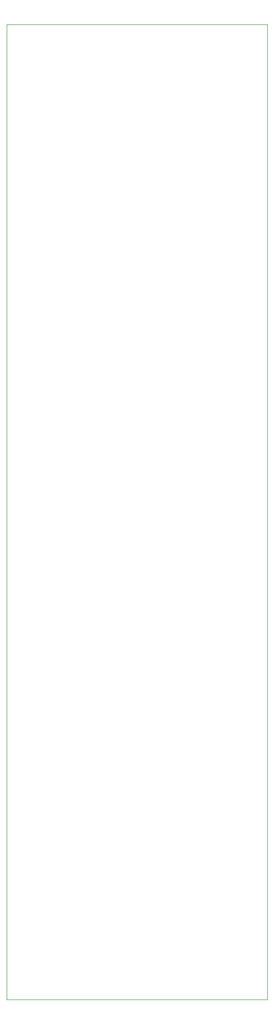
<source format=gm1>
G04 #@! TF.GenerationSoftware,KiCad,Pcbnew,7.0.0-rc2-unknown-92a61b187f~165~ubuntu22.04.1*
G04 #@! TF.CreationDate,2023-02-10T20:25:43-05:00*
G04 #@! TF.ProjectId,multiples,6d756c74-6970-46c6-9573-2e6b69636164,rev?*
G04 #@! TF.SameCoordinates,Original*
G04 #@! TF.FileFunction,Profile,NP*
%FSLAX46Y46*%
G04 Gerber Fmt 4.6, Leading zero omitted, Abs format (unit mm)*
G04 Created by KiCad (PCBNEW 7.0.0-rc2-unknown-92a61b187f~165~ubuntu22.04.1) date 2023-02-10 20:25:43*
%MOMM*%
%LPD*%
G01*
G04 APERTURE LIST*
G04 #@! TA.AperFunction,Profile*
%ADD10C,0.100000*%
G04 #@! TD*
G04 APERTURE END LIST*
D10*
X177000000Y-50000000D02*
X223000000Y-50000000D01*
X223000000Y-50000000D02*
X223000000Y-222095000D01*
X223000000Y-222095000D02*
X177000000Y-222095000D01*
X177000000Y-222095000D02*
X177000000Y-50000000D01*
M02*

</source>
